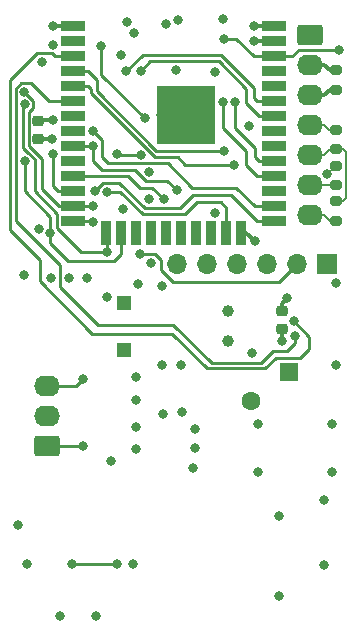
<source format=gbl>
G04 #@! TF.GenerationSoftware,KiCad,Pcbnew,6.0.0-d3dd2cf0fa~116~ubuntu18.04.1*
G04 #@! TF.CreationDate,2023-02-13T16:22:56+00:00*
G04 #@! TF.ProjectId,RemoteESP32,52656d6f-7465-4455-9350-33322e6b6963,rev?*
G04 #@! TF.SameCoordinates,Original*
G04 #@! TF.FileFunction,Copper,L4,Bot*
G04 #@! TF.FilePolarity,Positive*
%FSLAX46Y46*%
G04 Gerber Fmt 4.6, Leading zero omitted, Abs format (unit mm)*
G04 Created by KiCad (PCBNEW 6.0.0-d3dd2cf0fa~116~ubuntu18.04.1) date 2023-02-13 16:22:56*
%MOMM*%
%LPD*%
G01*
G04 APERTURE LIST*
G04 Aperture macros list*
%AMRoundRect*
0 Rectangle with rounded corners*
0 $1 Rounding radius*
0 $2 $3 $4 $5 $6 $7 $8 $9 X,Y pos of 4 corners*
0 Add a 4 corners polygon primitive as box body*
4,1,4,$2,$3,$4,$5,$6,$7,$8,$9,$2,$3,0*
0 Add four circle primitives for the rounded corners*
1,1,$1+$1,$2,$3*
1,1,$1+$1,$4,$5*
1,1,$1+$1,$6,$7*
1,1,$1+$1,$8,$9*
0 Add four rect primitives between the rounded corners*
20,1,$1+$1,$2,$3,$4,$5,0*
20,1,$1+$1,$4,$5,$6,$7,0*
20,1,$1+$1,$6,$7,$8,$9,0*
20,1,$1+$1,$8,$9,$2,$3,0*%
G04 Aperture macros list end*
G04 #@! TA.AperFunction,ComponentPad*
%ADD10R,1.200000X1.200000*%
G04 #@! TD*
G04 #@! TA.AperFunction,ComponentPad*
%ADD11C,1.000000*%
G04 #@! TD*
G04 #@! TA.AperFunction,ComponentPad*
%ADD12R,1.700000X1.700000*%
G04 #@! TD*
G04 #@! TA.AperFunction,ComponentPad*
%ADD13O,1.700000X1.700000*%
G04 #@! TD*
G04 #@! TA.AperFunction,ComponentPad*
%ADD14R,1.600000X1.600000*%
G04 #@! TD*
G04 #@! TA.AperFunction,ComponentPad*
%ADD15C,1.600000*%
G04 #@! TD*
G04 #@! TA.AperFunction,ComponentPad*
%ADD16RoundRect,0.250000X0.845000X-0.620000X0.845000X0.620000X-0.845000X0.620000X-0.845000X-0.620000X0*%
G04 #@! TD*
G04 #@! TA.AperFunction,ComponentPad*
%ADD17O,2.190000X1.740000*%
G04 #@! TD*
G04 #@! TA.AperFunction,ComponentPad*
%ADD18RoundRect,0.250000X-0.845000X0.620000X-0.845000X-0.620000X0.845000X-0.620000X0.845000X0.620000X0*%
G04 #@! TD*
G04 #@! TA.AperFunction,SMDPad,CuDef*
%ADD19RoundRect,0.200000X-0.275000X0.200000X-0.275000X-0.200000X0.275000X-0.200000X0.275000X0.200000X0*%
G04 #@! TD*
G04 #@! TA.AperFunction,SMDPad,CuDef*
%ADD20RoundRect,0.225000X-0.250000X0.225000X-0.250000X-0.225000X0.250000X-0.225000X0.250000X0.225000X0*%
G04 #@! TD*
G04 #@! TA.AperFunction,SMDPad,CuDef*
%ADD21R,2.000000X0.900000*%
G04 #@! TD*
G04 #@! TA.AperFunction,SMDPad,CuDef*
%ADD22R,0.900000X2.000000*%
G04 #@! TD*
G04 #@! TA.AperFunction,SMDPad,CuDef*
%ADD23R,5.000000X5.000000*%
G04 #@! TD*
G04 #@! TA.AperFunction,SMDPad,CuDef*
%ADD24RoundRect,0.200000X0.275000X-0.200000X0.275000X0.200000X-0.275000X0.200000X-0.275000X-0.200000X0*%
G04 #@! TD*
G04 #@! TA.AperFunction,SMDPad,CuDef*
%ADD25RoundRect,0.225000X0.250000X-0.225000X0.250000X0.225000X-0.250000X0.225000X-0.250000X-0.225000X0*%
G04 #@! TD*
G04 #@! TA.AperFunction,ViaPad*
%ADD26C,0.800000*%
G04 #@! TD*
G04 #@! TA.AperFunction,Conductor*
%ADD27C,0.200000*%
G04 #@! TD*
G04 #@! TA.AperFunction,Conductor*
%ADD28C,0.300000*%
G04 #@! TD*
G04 #@! TA.AperFunction,Conductor*
%ADD29C,0.250000*%
G04 #@! TD*
G04 APERTURE END LIST*
D10*
X138411200Y-106671600D03*
X138411200Y-110671600D03*
D11*
X147161200Y-109941600D03*
X147161200Y-107401600D03*
D12*
X155600400Y-103418400D03*
D13*
X153060400Y-103418400D03*
X150520400Y-103418400D03*
X147980400Y-103418400D03*
X145440400Y-103418400D03*
X142900400Y-103418400D03*
D14*
X152348600Y-112556600D03*
D15*
X149098600Y-115006600D03*
D16*
X131826000Y-118810800D03*
D17*
X131826000Y-116270800D03*
X131826000Y-113730800D03*
D18*
X154127200Y-84012800D03*
D17*
X154127200Y-86552800D03*
X154127200Y-89092800D03*
X154127200Y-91632800D03*
X154127200Y-94172800D03*
X154127200Y-96712800D03*
X154127200Y-99252800D03*
D19*
X156362400Y-87008200D03*
X156362400Y-88658200D03*
D20*
X131114800Y-91264200D03*
X131114800Y-92814200D03*
D21*
X151095600Y-83276200D03*
X151095600Y-84546200D03*
X151095600Y-85816200D03*
X151095600Y-87086200D03*
X151095600Y-88356200D03*
X151095600Y-89626200D03*
X151095600Y-90896200D03*
X151095600Y-92166200D03*
X151095600Y-93436200D03*
X151095600Y-94706200D03*
X151095600Y-95976200D03*
X151095600Y-97246200D03*
X151095600Y-98516200D03*
X151095600Y-99786200D03*
D22*
X148310600Y-100786200D03*
X147040600Y-100786200D03*
X145770600Y-100786200D03*
X144500600Y-100786200D03*
X143230600Y-100786200D03*
X141960600Y-100786200D03*
X140690600Y-100786200D03*
X139420600Y-100786200D03*
X138150600Y-100786200D03*
X136880600Y-100786200D03*
D21*
X134095600Y-99786200D03*
X134095600Y-98516200D03*
X134095600Y-97246200D03*
X134095600Y-95976200D03*
X134095600Y-94706200D03*
X134095600Y-93436200D03*
X134095600Y-92166200D03*
X134095600Y-90896200D03*
X134095600Y-89626200D03*
X134095600Y-88356200D03*
X134095600Y-87086200D03*
X134095600Y-85816200D03*
X134095600Y-84546200D03*
X134095600Y-83276200D03*
D23*
X143595600Y-90776200D03*
D24*
X156362400Y-93677000D03*
X156362400Y-92027000D03*
D19*
X156362400Y-95075000D03*
X156362400Y-96725000D03*
D25*
X151739600Y-108917800D03*
X151739600Y-107367800D03*
D19*
X156362400Y-98110800D03*
X156362400Y-99760800D03*
D26*
X139395200Y-117185200D03*
X139115800Y-128778000D03*
X138315100Y-98776485D03*
X149453600Y-101498400D03*
X144373600Y-118963200D03*
X130149600Y-128778000D03*
X151739600Y-109920800D03*
X138125200Y-85699600D03*
X137312400Y-120091200D03*
X141478000Y-90769200D03*
X141574516Y-92774100D03*
X131419600Y-86349600D03*
X140512800Y-97891600D03*
X136906000Y-106200200D03*
X140512800Y-95656400D03*
X144373600Y-117388400D03*
X143256000Y-115915200D03*
X149250400Y-110987600D03*
X149758400Y-116992400D03*
X132334000Y-83301600D03*
X142951200Y-82753200D03*
X149402800Y-83261200D03*
X131165600Y-100421200D03*
X141935200Y-83058000D03*
X129387600Y-125476000D03*
X143205200Y-112003600D03*
X139395200Y-112968800D03*
X132983200Y-133223000D03*
X155346400Y-128879600D03*
X146100800Y-99060000D03*
X146100800Y-87172800D03*
X145034000Y-91287600D03*
X135980400Y-133172200D03*
X141579600Y-88737200D03*
X149758400Y-121005600D03*
X132334000Y-84836000D03*
X138633200Y-82956400D03*
X132334000Y-91226400D03*
X141630400Y-105298000D03*
X139804925Y-87067876D03*
X141630400Y-112003600D03*
X146812000Y-84328000D03*
X156565600Y-85293200D03*
X139598400Y-105094800D03*
X129895600Y-104332800D03*
X144240500Y-120700800D03*
X155956000Y-116941600D03*
X148996400Y-91694000D03*
X132181600Y-104637600D03*
X133705600Y-104637600D03*
X151536400Y-124714000D03*
X156362400Y-105044000D03*
X151536400Y-131521200D03*
X132306535Y-92840300D03*
X156362400Y-111952800D03*
X156006800Y-121056400D03*
X152196800Y-106314000D03*
X146761200Y-82702400D03*
X149402800Y-84531200D03*
X139395200Y-119115600D03*
X139395200Y-114950000D03*
X155346400Y-123393200D03*
X135229600Y-104637600D03*
X142798800Y-87007100D03*
X139192000Y-83870800D03*
X134874000Y-113172000D03*
X135737600Y-99862400D03*
X139750800Y-102554800D03*
X147675600Y-94996000D03*
X146862800Y-93827600D03*
X135890000Y-97271600D03*
X129946400Y-88856049D03*
X135737600Y-98490800D03*
X136956800Y-97284900D03*
X129959700Y-94716921D03*
X132090851Y-100810066D03*
X135737600Y-92140800D03*
X129959700Y-89905600D03*
X136906000Y-102402400D03*
X152755600Y-108244400D03*
X147777200Y-89662000D03*
X146761200Y-89662000D03*
X137820400Y-128778000D03*
X134010400Y-128778000D03*
X141681200Y-116118400D03*
X140667981Y-103328179D03*
X138582400Y-87071200D03*
X134874000Y-118810800D03*
X155600400Y-95798400D03*
X140157200Y-91084400D03*
X136448800Y-84937600D03*
X135737600Y-93436200D03*
X142849600Y-97180400D03*
X152857200Y-109514400D03*
X137820400Y-94127925D03*
X139784249Y-94149751D03*
X132334000Y-94132400D03*
X141732000Y-97942400D03*
D27*
X156362400Y-96725000D02*
X156350200Y-96712800D01*
X156350200Y-96712800D02*
X154127200Y-96712800D01*
D28*
X149417800Y-83276200D02*
X149402800Y-83261200D01*
X141579600Y-88760200D02*
X141579600Y-88737200D01*
X143595600Y-90776200D02*
X141485000Y-90776200D01*
X148310600Y-100786200D02*
X148741400Y-100786200D01*
X132334000Y-91226400D02*
X131152600Y-91226400D01*
X141597700Y-92774100D02*
X141574516Y-92774100D01*
X151095600Y-83276200D02*
X149417800Y-83276200D01*
X151739600Y-108917800D02*
X151739600Y-109920800D01*
X143595600Y-90776200D02*
X141597700Y-92774100D01*
X134095600Y-83276200D02*
X132359400Y-83276200D01*
X141485000Y-90776200D02*
X141478000Y-90769200D01*
X143595600Y-90776200D02*
X141579600Y-88760200D01*
X131152600Y-91226400D02*
X131114800Y-91264200D01*
X148741400Y-100786200D02*
X149453600Y-101498400D01*
X132359400Y-83276200D02*
X132334000Y-83301600D01*
D29*
X148753100Y-88584500D02*
X146427000Y-86258400D01*
X148753100Y-89803700D02*
X148753100Y-88584500D01*
X151095600Y-90896200D02*
X149845600Y-90896200D01*
X140614402Y-86258400D02*
X139804925Y-87067876D01*
X149845600Y-90896200D02*
X148753100Y-89803700D01*
X146427000Y-86258400D02*
X140614402Y-86258400D01*
X147878800Y-84328000D02*
X149367000Y-85816200D01*
X146812000Y-84328000D02*
X147878800Y-84328000D01*
X153162000Y-85293200D02*
X152639000Y-85816200D01*
X156565600Y-85293200D02*
X153162000Y-85293200D01*
X152639000Y-85816200D02*
X151095600Y-85816200D01*
X149367000Y-85816200D02*
X151095600Y-85816200D01*
D28*
X151739600Y-106771200D02*
X152196800Y-106314000D01*
X151739600Y-107367800D02*
X151739600Y-106771200D01*
X131114800Y-92814200D02*
X132280435Y-92814200D01*
X149417800Y-84546200D02*
X149402800Y-84531200D01*
X132280435Y-92814200D02*
X132306535Y-92840300D01*
X151095600Y-84546200D02*
X149417800Y-84546200D01*
D29*
X134874000Y-113172000D02*
X134315200Y-113730800D01*
X134315200Y-113730800D02*
X131826000Y-113730800D01*
X139750800Y-102554800D02*
X141020800Y-102554800D01*
X134095600Y-99786200D02*
X135661400Y-99786200D01*
X142544800Y-104942400D02*
X151536400Y-104942400D01*
X151536400Y-104942400D02*
X153060400Y-103418400D01*
X141528800Y-103926400D02*
X142544800Y-104942400D01*
X135661400Y-99786200D02*
X135737600Y-99862400D01*
X141020800Y-102554800D02*
X141528800Y-103062800D01*
X141528800Y-103062800D02*
X141528800Y-103926400D01*
X143560800Y-94996000D02*
X142951200Y-94386400D01*
X135585200Y-88926104D02*
X135585200Y-88595200D01*
X135585200Y-88595200D02*
X135346200Y-88356200D01*
X141045496Y-94386400D02*
X135585200Y-88926104D01*
X147675600Y-94996000D02*
X143560800Y-94996000D01*
X135346200Y-88356200D02*
X134095600Y-88356200D01*
X142951200Y-94386400D02*
X141045496Y-94386400D01*
X141122400Y-93827600D02*
X136093200Y-88798400D01*
X146862800Y-93827600D02*
X141122400Y-93827600D01*
X136093200Y-88798400D02*
X136093200Y-87833800D01*
X135345600Y-87086200D02*
X134095600Y-87086200D01*
X136093200Y-87833800D02*
X135345600Y-87086200D01*
X144221200Y-97586800D02*
X143141099Y-98666901D01*
X147482800Y-97586800D02*
X144221200Y-97586800D01*
X136641600Y-96520000D02*
X135890000Y-97271600D01*
X137972800Y-96520000D02*
X136641600Y-96520000D01*
X143141099Y-98666901D02*
X140119701Y-98666901D01*
X151095600Y-99786200D02*
X149682200Y-99786200D01*
X140119701Y-98666901D02*
X137972800Y-96520000D01*
X149682200Y-99786200D02*
X147482800Y-97586800D01*
X134121000Y-98490800D02*
X134095600Y-98516200D01*
X130684201Y-90205699D02*
X130684201Y-89593850D01*
X132845600Y-98516200D02*
X131419600Y-97090200D01*
X135737600Y-98490800D02*
X134121000Y-98490800D01*
X131419600Y-94516517D02*
X130315280Y-93412197D01*
X130315280Y-90574620D02*
X130684201Y-90205699D01*
X130684201Y-89593850D02*
X129946400Y-88856049D01*
X134095600Y-98516200D02*
X132845600Y-98516200D01*
X131419600Y-97090200D02*
X131419600Y-94516517D01*
X130315280Y-93412197D02*
X130315280Y-90574620D01*
X147040600Y-98628200D02*
X146608800Y-98196400D01*
X138026500Y-97284900D02*
X136956800Y-97284900D01*
X147040600Y-100786200D02*
X147040600Y-98628200D01*
X146608800Y-98196400D02*
X144526000Y-98196400D01*
X144526000Y-98196400D02*
X143510000Y-99212400D01*
X139954000Y-99212400D02*
X138026500Y-97284900D01*
X143510000Y-99212400D02*
X139954000Y-99212400D01*
X133654800Y-103164400D02*
X132090851Y-101600451D01*
X137515600Y-103164400D02*
X133654800Y-103164400D01*
X132090851Y-101600451D02*
X132090851Y-100810066D01*
X132090851Y-100810066D02*
X132090851Y-99391355D01*
X129959700Y-97260204D02*
X129959700Y-94716921D01*
X132090851Y-99391355D02*
X129959700Y-97260204D01*
X138150600Y-100786200D02*
X138150600Y-102529400D01*
X138150600Y-102529400D02*
X137515600Y-103164400D01*
X144145000Y-96951800D02*
X142087600Y-94894400D01*
X147904200Y-96951800D02*
X144145000Y-96951800D01*
X136499600Y-92913200D02*
X135737600Y-92151200D01*
X151095600Y-98516200D02*
X149468600Y-98516200D01*
X149468600Y-98516200D02*
X147904200Y-96951800D01*
X142087600Y-94894400D02*
X137007600Y-94894400D01*
X136499600Y-94386400D02*
X136499600Y-92913200D01*
X135737600Y-92151200D02*
X135737600Y-92140800D01*
X137007600Y-94894400D02*
X136499600Y-94386400D01*
X129844800Y-93588730D02*
X129844800Y-90020500D01*
X130248490Y-93992420D02*
X129844800Y-93588730D01*
X136906000Y-102402400D02*
X136906000Y-100811600D01*
X136906000Y-100811600D02*
X136880600Y-100786200D01*
X130259799Y-93992420D02*
X130248490Y-93992420D01*
X132689600Y-99151200D02*
X130810000Y-97271600D01*
X136906000Y-102402400D02*
X134743389Y-102402400D01*
X132689600Y-100348611D02*
X132689600Y-99151200D01*
X134743389Y-102402400D02*
X132689600Y-100348611D01*
X130810000Y-94542621D02*
X130259799Y-93992420D01*
X129844800Y-90020500D02*
X129959700Y-89905600D01*
X130810000Y-97271600D02*
X130810000Y-94542621D01*
X150324889Y-112249911D02*
X145381911Y-112249911D01*
X154076400Y-110581200D02*
X153314400Y-111343200D01*
X145381911Y-112249911D02*
X142443200Y-109311200D01*
X131267200Y-104891600D02*
X131267200Y-103062800D01*
X135686800Y-109311200D02*
X131267200Y-104891600D01*
X153314400Y-111343200D02*
X151231600Y-111343200D01*
X132511800Y-85816200D02*
X134095600Y-85816200D01*
X152755600Y-108244400D02*
X154076400Y-109565200D01*
X154076400Y-109565200D02*
X154076400Y-110581200D01*
X128727200Y-100522800D02*
X128727200Y-87873600D01*
X128727200Y-87873600D02*
X131013200Y-85587600D01*
X131013200Y-85587600D02*
X132283200Y-85587600D01*
X151231600Y-111343200D02*
X150324889Y-112249911D01*
X142443200Y-109311200D02*
X135686800Y-109311200D01*
X131267200Y-103062800D02*
X128727200Y-100522800D01*
X132283200Y-85587600D02*
X132511800Y-85816200D01*
X149453600Y-94335600D02*
X149824200Y-94706200D01*
X147777200Y-89662000D02*
X147777200Y-91897200D01*
X147777200Y-91897200D02*
X149453600Y-93573600D01*
X149453600Y-93573600D02*
X149453600Y-94335600D01*
X149824200Y-94706200D02*
X151095600Y-94706200D01*
X149621000Y-95976200D02*
X151095600Y-95976200D01*
X146761200Y-89662000D02*
X146761200Y-91897200D01*
X148691600Y-93827600D02*
X148691600Y-95046800D01*
X148691600Y-95046800D02*
X149621000Y-95976200D01*
X146761200Y-91897200D02*
X148691600Y-93827600D01*
X137820400Y-128778000D02*
X134010400Y-128778000D01*
X149377400Y-89331800D02*
X149671800Y-89626200D01*
X139954000Y-85699600D02*
X146608800Y-85699600D01*
X149377400Y-88468200D02*
X149377400Y-89331800D01*
X149671800Y-89626200D02*
X151095600Y-89626200D01*
X138582400Y-87071200D02*
X139954000Y-85699600D01*
X146608800Y-85699600D02*
X149377400Y-88468200D01*
X134874000Y-118810800D02*
X131826000Y-118810800D01*
D28*
X155336000Y-86552800D02*
X154127200Y-86552800D01*
X156362400Y-87008200D02*
X155791400Y-87008200D01*
X155791400Y-87008200D02*
X155336000Y-86552800D01*
X156362400Y-88658200D02*
X155791400Y-88658200D01*
X155356800Y-89092800D02*
X154127200Y-89092800D01*
X155791400Y-88658200D02*
X155356800Y-89092800D01*
D27*
X156362400Y-95075000D02*
X156323800Y-95075000D01*
X154127200Y-91632800D02*
X155346400Y-91632800D01*
X155740600Y-92027000D02*
X156362400Y-92027000D01*
X155346400Y-91632800D02*
X155740600Y-92027000D01*
X156323800Y-95075000D02*
X155600400Y-95798400D01*
X156362400Y-93677000D02*
X155791400Y-93677000D01*
X156362400Y-98110800D02*
X156894800Y-98110800D01*
X157175200Y-93918800D02*
X156933400Y-93677000D01*
X157175200Y-97830400D02*
X157175200Y-93918800D01*
X156894800Y-98110800D02*
X157175200Y-97830400D01*
X156933400Y-93677000D02*
X156362400Y-93677000D01*
X155791400Y-93677000D02*
X155295600Y-94172800D01*
X155295600Y-94172800D02*
X154127200Y-94172800D01*
X156362400Y-99760800D02*
X155803600Y-99760800D01*
X155295600Y-99252800D02*
X154127200Y-99252800D01*
X155803600Y-99760800D02*
X155295600Y-99252800D01*
D29*
X136448800Y-84937600D02*
X136448800Y-87376000D01*
X136448800Y-87376000D02*
X140157200Y-91084400D01*
X142849600Y-97180400D02*
X142050101Y-96380901D01*
X134095600Y-93436200D02*
X135737600Y-93436200D01*
X136499600Y-95453200D02*
X135737600Y-94691200D01*
X135737600Y-94691200D02*
X135737600Y-93436200D01*
X142050101Y-96380901D02*
X140212701Y-96380901D01*
X140212701Y-96380901D02*
X139285000Y-95453200D01*
X139285000Y-95453200D02*
X136499600Y-95453200D01*
X150977600Y-110784400D02*
X149961600Y-111800400D01*
X132054600Y-89626200D02*
X134095600Y-89626200D01*
X145796000Y-111800400D02*
X142544800Y-108549200D01*
X152146000Y-110784400D02*
X150977600Y-110784400D01*
X129221899Y-88555950D02*
X129701049Y-88076800D01*
X132943600Y-103520000D02*
X129221899Y-99798299D01*
X142544800Y-108549200D02*
X136144000Y-108549200D01*
X136144000Y-108549200D02*
X132943600Y-105348800D01*
X152857200Y-109514400D02*
X152857200Y-110073200D01*
X132943600Y-105348800D02*
X132943600Y-103520000D01*
X130505200Y-88076800D02*
X132054600Y-89626200D01*
X129221899Y-99798299D02*
X129221899Y-88555950D01*
X149961600Y-111800400D02*
X145796000Y-111800400D01*
X152857200Y-110073200D02*
X152146000Y-110784400D01*
X129701049Y-88076800D02*
X130505200Y-88076800D01*
X137820400Y-94127925D02*
X137842226Y-94149751D01*
X134095600Y-97246200D02*
X132765800Y-97246200D01*
X137842226Y-94149751D02*
X139784249Y-94149751D01*
X132334000Y-96814400D02*
X132334000Y-94132400D01*
X132765800Y-97246200D02*
X132334000Y-96814400D01*
X140766800Y-96977200D02*
X139700000Y-96977200D01*
X139700000Y-96977200D02*
X138699000Y-95976200D01*
X141732000Y-97942400D02*
X140766800Y-96977200D01*
X138699000Y-95976200D02*
X134095600Y-95976200D01*
M02*

</source>
